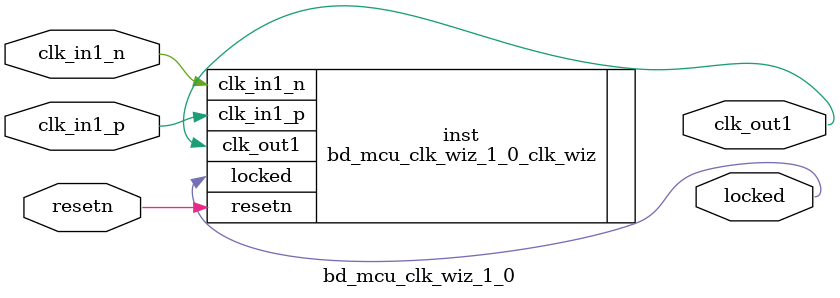
<source format=v>


`timescale 1ps/1ps

(* CORE_GENERATION_INFO = "bd_mcu_clk_wiz_1_0,clk_wiz_v6_0_3_0_0,{component_name=bd_mcu_clk_wiz_1_0,use_phase_alignment=true,use_min_o_jitter=false,use_max_i_jitter=false,use_dyn_phase_shift=false,use_inclk_switchover=false,use_dyn_reconfig=false,enable_axi=0,feedback_source=FDBK_AUTO,PRIMITIVE=MMCM,num_out_clk=1,clkin1_period=5.000,clkin2_period=10.0,use_power_down=false,use_reset=true,use_locked=true,use_inclk_stopped=false,feedback_type=SINGLE,CLOCK_MGR_TYPE=NA,manual_override=false}" *)

module bd_mcu_clk_wiz_1_0 
 (
  // Clock out ports
  output        clk_out1,
  // Status and control signals
  input         resetn,
  output        locked,
 // Clock in ports
  input         clk_in1_p,
  input         clk_in1_n
 );

  bd_mcu_clk_wiz_1_0_clk_wiz inst
  (
  // Clock out ports  
  .clk_out1(clk_out1),
  // Status and control signals               
  .resetn(resetn), 
  .locked(locked),
 // Clock in ports
  .clk_in1_p(clk_in1_p),
  .clk_in1_n(clk_in1_n)
  );

endmodule

</source>
